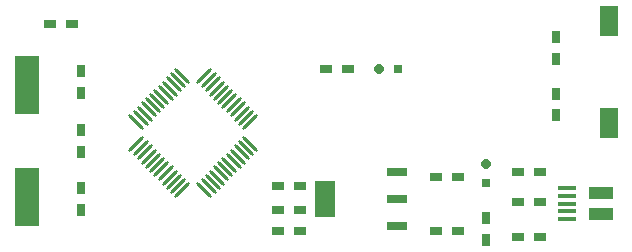
<source format=gtp>
G04*
G04 #@! TF.GenerationSoftware,Altium Limited,Altium Designer,22.0.2 (36)*
G04*
G04 Layer_Color=8421504*
%FSLAX24Y24*%
%MOIN*%
G70*
G04*
G04 #@! TF.SameCoordinates,D96F1F73-0473-4D1D-A2DC-BC1745D11BA0*
G04*
G04*
G04 #@! TF.FilePolarity,Positive*
G04*
G01*
G75*
%ADD19R,0.0630X0.0138*%
%ADD20R,0.0787X0.0394*%
%ADD21R,0.0787X0.1969*%
%ADD22R,0.0300X0.0400*%
%ADD23R,0.0400X0.0300*%
G04:AMPARAMS|DCode=24|XSize=11mil|YSize=70.9mil|CornerRadius=0mil|HoleSize=0mil|Usage=FLASHONLY|Rotation=225.000|XOffset=0mil|YOffset=0mil|HoleType=Round|Shape=Round|*
%AMOVALD24*
21,1,0.0599,0.0110,0.0000,0.0000,315.0*
1,1,0.0110,-0.0212,0.0212*
1,1,0.0110,0.0212,-0.0212*
%
%ADD24OVALD24*%

G04:AMPARAMS|DCode=25|XSize=11mil|YSize=70.9mil|CornerRadius=0mil|HoleSize=0mil|Usage=FLASHONLY|Rotation=315.000|XOffset=0mil|YOffset=0mil|HoleType=Round|Shape=Round|*
%AMOVALD25*
21,1,0.0599,0.0110,0.0000,0.0000,45.0*
1,1,0.0110,-0.0212,-0.0212*
1,1,0.0110,0.0212,0.0212*
%
%ADD25OVALD25*%

%ADD26R,0.0300X0.0300*%
%ADD27P,0.0325X8X202.5*%
%ADD28R,0.0591X0.0984*%
%ADD29R,0.0300X0.0300*%
%ADD30P,0.0325X8X112.5*%
%ADD31R,0.0669X0.1220*%
%ADD32R,0.0669X0.0295*%
D19*
X21302Y4306D02*
D03*
Y4562D02*
D03*
Y3538D02*
D03*
Y4050D02*
D03*
Y3794D02*
D03*
D20*
X22440Y4400D02*
D03*
Y3700D02*
D03*
D21*
X3300Y4256D02*
D03*
Y7996D02*
D03*
D22*
X5100Y3835D02*
D03*
Y4565D02*
D03*
Y5770D02*
D03*
Y6500D02*
D03*
Y7735D02*
D03*
Y8465D02*
D03*
X20950Y6985D02*
D03*
Y7715D02*
D03*
Y9600D02*
D03*
Y8870D02*
D03*
X18600Y3565D02*
D03*
Y2835D02*
D03*
D23*
X4085Y10050D02*
D03*
X4815D02*
D03*
X13285Y8550D02*
D03*
X14015D02*
D03*
X20400Y2950D02*
D03*
X19670D02*
D03*
Y4100D02*
D03*
X20400D02*
D03*
Y5100D02*
D03*
X19670D02*
D03*
X16935Y3150D02*
D03*
X17665D02*
D03*
X16935Y4950D02*
D03*
X17665D02*
D03*
X11685Y4650D02*
D03*
X12415D02*
D03*
X11685Y3150D02*
D03*
X12415D02*
D03*
X11685Y3850D02*
D03*
X12415D02*
D03*
D24*
X10750Y6031D02*
D03*
X10611Y5892D02*
D03*
X10472Y5753D02*
D03*
X10333Y5613D02*
D03*
X10193Y5474D02*
D03*
X10054Y5335D02*
D03*
X9915Y5196D02*
D03*
X9776Y5057D02*
D03*
X9637Y4917D02*
D03*
X9497Y4778D02*
D03*
X9358Y4639D02*
D03*
X9219Y4500D02*
D03*
X6950Y6769D02*
D03*
X7089Y6908D02*
D03*
X7228Y7047D02*
D03*
X7367Y7187D02*
D03*
X7507Y7326D02*
D03*
X7646Y7465D02*
D03*
X7785Y7604D02*
D03*
X7924Y7743D02*
D03*
X8063Y7883D02*
D03*
X8203Y8022D02*
D03*
X8342Y8161D02*
D03*
X8481Y8300D02*
D03*
D25*
Y4500D02*
D03*
X8342Y4639D02*
D03*
X8203Y4778D02*
D03*
X8063Y4917D02*
D03*
X7924Y5057D02*
D03*
X7785Y5196D02*
D03*
X7646Y5335D02*
D03*
X7507Y5474D02*
D03*
X7367Y5613D02*
D03*
X7228Y5753D02*
D03*
X7089Y5892D02*
D03*
X6950Y6031D02*
D03*
X9219Y8300D02*
D03*
X9358Y8161D02*
D03*
X9497Y8022D02*
D03*
X9637Y7883D02*
D03*
X9776Y7743D02*
D03*
X9915Y7604D02*
D03*
X10054Y7465D02*
D03*
X10193Y7326D02*
D03*
X10333Y7187D02*
D03*
X10472Y7047D02*
D03*
X10611Y6908D02*
D03*
X10750Y6769D02*
D03*
D26*
X15656Y8550D02*
D03*
D27*
X15044D02*
D03*
D28*
X22688Y10150D02*
D03*
Y6750D02*
D03*
D29*
X18600Y4744D02*
D03*
D30*
Y5356D02*
D03*
D31*
X13250Y4200D02*
D03*
D32*
X15650Y5106D02*
D03*
Y4200D02*
D03*
Y3294D02*
D03*
M02*

</source>
